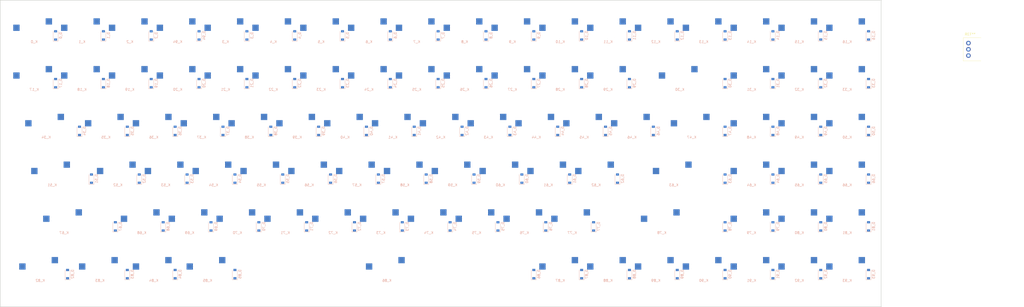
<source format=kicad_pcb>
(kicad_pcb (version 20240108) (generator "pcbnew") (generator_version "8.0")
  (layers (0 "F.Cu" signal) (31 "B.Cu" signal) (34 "B.Paste" user) (35 "F.Paste" user) (36 "B.SilkS" user "B.Silkscreen") (37 "F.SilkS" user "F.Silkscreen") (38 "B.Mask" user) (39 "F.Mask" user) (44 "Edge.Cuts" user))
  (net 0 "")
  (net 1 "col0")
  (net 2 "col1")
  (net 3 "col2")
  (net 4 "col3")
  (net 5 "col4")
  (net 6 "col5")
  (net 7 "col6")
  (net 8 "col7")
  (net 9 "col8")
  (net 10 "col9")
  (net 11 "col10")
  (net 12 "col11")
  (net 13 "col12")
  (net 14 "col13")
  (net 15 "col14")
  (net 16 "col15")
  (net 17 "col16")
  (net 18 "col17")
  (net 19 "row0")
  (net 20 "row1")
  (net 21 "row2")
  (net 22 "row3")
  (net 23 "row4")
  (net 24 "row5")
  (net 25 "Net-(D_0-A)")
  (net 26 "Net-(D_1-A)")
  (net 27 "Net-(D_2-A)")
  (net 28 "Net-(D_3-A)")
  (net 29 "Net-(D_4-A)")
  (net 30 "Net-(D_5-A)")
  (net 31 "Net-(D_6-A)")
  (net 32 "Net-(D_7-A)")
  (net 33 "Net-(D_8-A)")
  (net 34 "Net-(D_9-A)")
  (net 35 "Net-(D_10-A)")
  (net 36 "Net-(D_11-A)")
  (net 37 "Net-(D_12-A)")
  (net 38 "Net-(D_13-A)")
  (net 39 "Net-(D_14-A)")
  (net 40 "Net-(D_15-A)")
  (net 41 "Net-(D_16-A)")
  (net 42 "Net-(D_17-A)")
  (net 43 "Net-(D_18-A)")
  (net 44 "Net-(D_19-A)")
  (net 45 "Net-(D_20-A)")
  (net 46 "Net-(D_21-A)")
  (net 47 "Net-(D_22-A)")
  (net 48 "Net-(D_23-A)")
  (net 49 "Net-(D_24-A)")
  (net 50 "Net-(D_25-A)")
  (net 51 "Net-(D_26-A)")
  (net 52 "Net-(D_27-A)")
  (net 53 "Net-(D_28-A)")
  (net 54 "Net-(D_29-A)")
  (net 55 "Net-(D_30-A)")
  (net 56 "Net-(D_31-A)")
  (net 57 "Net-(D_32-A)")
  (net 58 "Net-(D_33-A)")
  (net 59 "Net-(D_34-A)")
  (net 60 "Net-(D_35-A)")
  (net 61 "Net-(D_36-A)")
  (net 62 "Net-(D_37-A)")
  (net 63 "Net-(D_38-A)")
  (net 64 "Net-(D_39-A)")
  (net 65 "Net-(D_40-A)")
  (net 66 "Net-(D_41-A)")
  (net 67 "Net-(D_42-A)")
  (net 68 "Net-(D_43-A)")
  (net 69 "Net-(D_44-A)")
  (net 70 "Net-(D_45-A)")
  (net 71 "Net-(D_46-A)")
  (net 72 "Net-(D_47-A)")
  (net 73 "Net-(D_48-A)")
  (net 74 "Net-(D_49-A)")
  (net 75 "Net-(D_50-A)")
  (net 76 "Net-(D_51-A)")
  (net 77 "Net-(D_52-A)")
  (net 78 "Net-(D_53-A)")
  (net 79 "Net-(D_54-A)")
  (net 80 "Net-(D_55-A)")
  (net 81 "Net-(D_56-A)")
  (net 82 "Net-(D_57-A)")
  (net 83 "Net-(D_58-A)")
  (net 84 "Net-(D_59-A)")
  (net 85 "Net-(D_60-A)")
  (net 86 "Net-(D_61-A)")
  (net 87 "Net-(D_62-A)")
  (net 88 "Net-(D_63-A)")
  (net 89 "Net-(D_64-A)")
  (net 90 "Net-(D_65-A)")
  (net 91 "Net-(D_66-A)")
  (net 92 "Net-(D_67-A)")
  (net 93 "Net-(D_68-A)")
  (net 94 "Net-(D_69-A)")
  (net 95 "Net-(D_70-A)")
  (net 96 "Net-(D_71-A)")
  (net 97 "Net-(D_72-A)")
  (net 98 "Net-(D_73-A)")
  (net 99 "Net-(D_74-A)")
  (net 100 "Net-(D_75-A)")
  (net 101 "Net-(D_76-A)")
  (net 102 "Net-(D_77-A)")
  (net 103 "Net-(D_78-A)")
  (net 104 "Net-(D_79-A)")
  (net 105 "Net-(D_80-A)")
  (net 106 "Net-(D_81-A)")
  (net 107 "Net-(D_82-A)")
  (net 108 "Net-(D_83-A)")
  (net 109 "Net-(D_84-A)")
  (net 110 "Net-(D_85-A)")
  (net 111 "Net-(D_86-A)")
  (net 112 "Net-(D_87-A)")
  (net 113 "Net-(D_88-A)")
  (net 114 "Net-(D_89-A)")
  (net 115 "Net-(D_90-A)")
  (net 116 "Net-(D_91-A)")
  (net 117 "Net-(D_92-A)")
  (net 118 "Net-(D_93-A)")
  (net 119 "Net-(D_94-A)")
  (footprint "MX_Only:MXOnly-1U-Hotswap" (layer "F.Cu") (at 163.085 45.44)
    (property "Reference" "K_4")
    (property "Value" "KEYSW")
  )
  (footprint "MX_Only:MXOnly-1U-Hotswap" (layer "F.Cu") (at 372.635 140.69)
    (property "Reference" "K_92")
    (property "Value" "KEYSW")
  )
  (footprint "MX_Only:MXOnly-1U-Hotswap" (layer "F.Cu") (at 391.685 140.69)
    (property "Reference" "K_93")
    (property "Value" "KEYSW")
  )
  (footprint "MX_Only:MXOnly-1U-Hotswap" (layer "F.Cu") (at 272.6225 102.59)
    (property "Reference" "K_61")
    (property "Value" "KEYSW")
  )
  (footprint "MX_Only:MXOnly-1U-Hotswap" (layer "F.Cu") (at 282.1475 121.64)
    (property "Reference" "K_77")
    (property "Value" "KEYSW")
  )
  (footprint "MX_Only:MXOnly-1U-Hotswap" (layer "F.Cu") (at 267.86 83.54)
    (property "Reference" "K_44")
    (property "Value" "KEYSW")
  )
  (footprint "MX_Only:MXOnly-1U-Hotswap" (layer "F.Cu") (at 124.985 64.49)
    (property "Reference" "K_20")
    (property "Value" "KEYSW")
  )
  (footprint "MX_Only:MXOnly-1U-Hotswap" (layer "F.Cu") (at 258.335 45.44)
    (property "Reference" "K_9")
    (property "Value" "KEYSW")
  )
  (footprint "MX_Only:MXOnly-1U-Hotswap" (layer "F.Cu") (at 239.285 64.49)
    (property "Reference" "K_26")
    (property "Value" "KEYSW")
  )
  (footprint "MX_Only:MXOnly-2.75U-Hotswap" (layer "F.Cu") (at 317.86625 121.64)
    (property "Reference" "K_78")
    (property "Value" "KEYSW")
  )
  (footprint "MX_Only:MXOnly-1U-Hotswap" (layer "F.Cu") (at 372.635 102.59)
    (property "Reference" "K_65")
    (property "Value" "KEYSW")
  )
  (footprint "MX_Only:MXOnly-1U-Hotswap" (layer "F.Cu") (at 158.3225 102.59)
    (property "Reference" "K_55")
    (property "Value" "KEYSW")
  )
  (footprint "MX_Only:MXOnly-1U-Hotswap" (layer "F.Cu") (at 182.135 64.49)
    (property "Reference" "K_23")
    (property "Value" "KEYSW")
  )
  (footprint "MX_Only:MXOnly-1U-Hotswap" (layer "F.Cu") (at 172.61 83.54)
    (property "Reference" "K_39")
    (property "Value" "KEYSW")
  )
  (footprint "MX_Only:MXOnly-6.25U-Hotswap" (layer "F.Cu") (at 208.32875 140.69)
    (property "Reference" "K_86")
    (property "Value" "KEYSW")
  )
  (footprint "MX_Only:MXOnly-1U-Hotswap" (layer "F.Cu") (at 144.035 64.49)
    (property "Reference" "K_21")
    (property "Value" "KEYSW")
  )
  (footprint "MX_Only:MXOnly-1U-Hotswap" (layer "F.Cu") (at 291.6725 102.59)
    (property "Reference" "K_62")
    (property "Value" "KEYSW")
  )
  (footprint "MX_Only:MXOnly-1U-Hotswap" (layer "F.Cu") (at 220.235 64.49)
    (property "Reference" "K_25")
    (property "Value" "KEYSW")
  )
  (footprint "MX_Only:MXOnly-1U-Hotswap" (layer "F.Cu") (at 229.76 83.54)
    (property "Reference" "K_42")
    (property "Value" "KEYSW")
  )
  (footprint "MX_Only:MXOnly-1U-Hotswap" (layer "F.Cu") (at 263.0975 121.64)
    (property "Reference" "K_76")
    (property "Value" "KEYSW")
  )
  (footprint "MX_Only:MXOnly-1U-Hotswap" (layer "F.Cu") (at 191.66 83.54)
    (property "Reference" "K_40")
    (property "Value" "KEYSW")
  )
  (footprint "MX_Only:MXOnly-1U-Hotswap" (layer "F.Cu") (at 101.1725 102.59)
    (property "Reference" "K_52")
    (property "Value" "KEYSW")
  )
  (footprint "Rotary_Encoder:RotaryEncoder_Bourns_Horizontal_PEC09-2xxxF-Nxxxx" (layer "F.Cu") (at 440 54)
    (property "Reference" "REF**")
    (property "Value" "RotaryEncoder_Bourns_Horizontal_PEC09-2xxxF-Nxxxx")
  )
  (footprint "MX_Only:MXOnly-1U-Hotswap" (layer "F.Cu") (at 124.985 45.44)
    (property "Reference" "K_94")
    (property "Value" "KEYSW")
  )
  (footprint "MX_Only:MXOnly-1U-Hotswap" (layer "F.Cu") (at 296.435 140.69)
    (property "Reference" "K_88")
    (property "Value" "KEYSW")
  )
  (footprint "MX_Only:MXOnly-1U-Hotswap" (layer "F.Cu") (at 315.485 45.44)
    (property "Reference" "K_12")
    (property "Value" "KEYSW")
  )
  (footprint "MX_Only:MXOnly-2.25U-Hotswap" (layer "F.Cu") (at 79.74125 121.64)
    (property "Reference" "K_67")
    (property "Value" "KEYSW")
  )
  (footprint "MX_Only:MXOnly-1U-Hotswap" (layer "F.Cu") (at 253.5725 102.59)
    (property "Reference" "K_60")
    (property "Value" "KEYSW")
  )
  (footprint "MX_Only:MXOnly-1U-Hotswap" (layer "F.Cu") (at 201.185 64.49)
    (property "Reference" "K_24")
    (property "Value" "KEYSW")
  )
  (footprint "MX_Only:MXOnly-1U-Hotswap" (layer "F.Cu") (at 186.8975 121.64)
    (property "Reference" "K_72")
    (property "Value" "KEYSW")
  )
  (footprint "MX_Only:MXOnly-1U-Hotswap" (layer "F.Cu") (at 120.2225 102.59)
    (property "Reference" "K_53")
    (property "Value" "KEYSW")
  )
  (footprint "MX_Only:MXOnly-1U-Hotswap" (layer "F.Cu") (at 215.4725 102.59)
    (property "Reference" "K_58")
    (property "Value" "KEYSW")
  )
  (footprint "MX_Only:MXOnly-1U-Hotswap" (layer "F.Cu") (at 391.685 45.44)
    (property "Reference" "K_16")
    (property "Value" "KEYSW")
  )
  (footprint "MX_Only:MXOnly-1U-Hotswap" (layer "F.Cu") (at 210.71 83.54)
    (property "Reference" "K_41")
    (property "Value" "KEYSW")
  )
  (footprint "MX_Only:MXOnly-1U-Hotswap" (layer "F.Cu") (at 67.835 64.49)
    (property "Reference" "K_17")
    (property "Value" "KEYSW")
  )
  (footprint "MX_Only:MXOnly-1U-Hotswap" (layer "F.Cu") (at 67.835 45.44)
    (property "Reference" "K_0")
    (property "Value" "KEYSW")
  )
  (footprint "MX_Only:MXOnly-1U-Hotswap" (layer "F.Cu") (at 353.585 45.44)
    (property "Reference" "K_14")
    (property "Value" "KEYSW")
  )
  (footprint "MX_Only:MXOnly-1U-Hotswap" (layer "F.Cu") (at 105.935 45.44)
    (property "Reference" "K_2")
    (property "Value" "KEYSW")
  )
  (footprint "MX_Only:MXOnly-1U-Hotswap" (layer "F.Cu") (at 334.535 45.44)
    (property "Reference" "K_13")
    (property "Value" "KEYSW")
  )
  (footprint "MX_Only:MXOnly-1.25U-Hotswap" (layer "F.Cu") (at 94.02875 140.69)
    (property "Reference" "K_83")
    (property "Value" "KEYSW")
  )
  (footprint "MX_Only:MXOnly-1U-Hotswap" (layer "F.Cu") (at 234.5225 102.59)
    (property "Reference" "K_59")
    (property "Value" "KEYSW")
  )
  (footprint "MX_Only:MXOnly-1U-Hotswap" (layer "F.Cu") (at 334.535 140.69)
    (property "Reference" "K_90")
    (property "Value" "KEYSW")
  )
  (footprint "MX_Only:MXOnly-1U-Hotswap" (layer "F.Cu") (at 148.7975 121.64)
    (property "Reference" "K_70")
    (property "Value" "KEYSW")
  )
  (footprint "MX_Only:MXOnly-1U-Hotswap" (layer "F.Cu") (at 115.46 83.54)
    (property "Reference" "K_36")
    (property "Value" "KEYSW")
  )
  (footprint "MX_Only:MXOnly-1U-Hotswap" (layer "F.Cu") (at 286.91 83.54)
    (property "Reference" "K_45")
    (property "Value" "KEYSW")
  )
  (footprint "MX_Only:MXOnly-1U-Hotswap" (layer "F.Cu") (at 305.96 83.54)
    (property "Reference" "K_46")
    (property "Value" "KEYSW")
  )
  (footprint "MX_Only:MXOnly-1.25U-Hotswap" (layer "F.Cu") (at 70.21625 140.69)
    (property "Reference" "K_82")
    (property "Value" "KEYSW")
  )
  (footprint "MX_Only:MXOnly-1U-Hotswap" (layer "F.Cu") (at 391.685 64.49)
    (property "Reference" "K_33")
    (property "Value" "KEYSW")
  )
  (footprint "MX_Only:MXOnly-1U-Hotswap" (layer "F.Cu") (at 167.8475 121.64)
    (property "Reference" "K_71")
    (property "Value" "KEYSW")
  )
  (footprint "MX_Only:MXOnly-1U-Hotswap" (layer "F.Cu") (at 353.585 121.64)
    (property "Reference" "K_79")
    (property "Value" "KEYSW")
  )
  (footprint "MX_Only:MXOnly-1U-Hotswap" (layer "F.Cu") (at 86.885 45.44)
    (property "Reference" "K_1")
    (property "Value" "KEYSW")
  )
  (footprint "MX_Only:MXOnly-1U-Hotswap" (layer "F.Cu") (at 372.635 45.44)
    (property "Reference" "K_15")
    (property "Value" "KEYSW")
  )
  (footprint "MX_Only:MXOnly-1U-Hotswap" (layer "F.Cu") (at 391.685 102.59)
    (property "Reference" "K_66")
    (property "Value" "KEYSW")
  )
  (footprint "MX_Only:MXOnly-1U-Hotswap" (layer "F.Cu") (at 244.0475 121.64)
    (property "Reference" "K_75")
    (property "Value" "KEYSW")
  )
  (footprint "MX_Only:MXOnly-1.5U-Hotswap" (layer "F.Cu") (at 72.5975 83.54)
    (property "Reference" "K_34")
    (property "Value" "KEYSW")
  )
  (footprint "MX_Only:MXOnly-1.5U-Hotswap" (layer "F.Cu") (at 329.7725 83.54)
    (property "Reference" "K_47")
    (property "Value" "KEYSW")
  )
  (footprint "MX_Only:MXOnly-1U-Hotswap" (layer "F.Cu") (at 296.435 64.49)
    (property "Reference" "K_29")
    (property "Value" "KEYSW")
  )
  (footprint "MX_Only:MXOnly-1U-Hotswap" (layer "F.Cu") (at 315.485 140.69)
    (property "Reference" "K_89")
    (property "Value" "KEYSW")
  )
  (footprint "MX_Only:MXOnly-1U-Hotswap" (layer "F.Cu") (at 134.51 83.54)
    (property "Reference" "K_37")
    (property "Value" "KEYSW")
  )
  (footprint "MX_Only:MXOnly-1U-Hotswap" (layer "F.Cu") (at 353.585 140.69)
    (property "Reference" "K_91")
    (property "Value" "KEYSW")
  )
  (footprint "MX_Only:MXOnly-1U-Hotswap" (layer "F.Cu") (at 372.635 83.54)
    (property "Reference" "K_49")
    (property "Value" "KEYSW")
  )
  (footprint "MX_Only:MXOnly-1U-Hotswap" (layer "F.Cu") (at 353.585 64.49)
    (property "Reference" "K_31")
    (property "Value" "KEYSW")
  )
  (footprint "MX_Only:MXOnly-2.25U-Hotswap" (layer "F.Cu") (at 322.62875 102.59)
    (property "Reference" "K_63")
    (property "Value" "KEYSW")
  )
  (footprint "MX_Only:MXOnly-1U-Hotswap" (layer "F.Cu") (at 144.035 45.44)
    (property "Reference" "K_3")
    (property "Value" "KEYSW")
  )
  (footprint "MX_Only:MXOnly-1U-Hotswap" (layer "F.Cu") (at 96.41 83.54)
    (property "Reference" "K_35")
    (property "Value" "KEYSW")
  )
  (footprint "MX_Only:MXOnly-1U-Hotswap" (layer "F.Cu") (at 177.3725 102.59)
    (property "Reference" "K_56")
    (property "Value" "KEYSW")
  )
  (footprint "MX_Only:MXOnly-1U-Hotswap" (layer "F.Cu") (at 277.385 140.69)
    (property "Reference" "K_87")
    (property "Value" "KEYSW")
  )
  (footprint "MX_Only:MXOnly-1U-Hotswap" (layer "F.Cu") (at 258.335 64.49)
    (property "Reference" "K_27")
    (property "Value" "KEYSW")
  )
  (footprint "MX_Only:MXOnly-1U-Hotswap" (layer "F.Cu") (at 296.435 45.44)
    (property "Reference" "K_11")
    (property "Value" "KEYSW")
  )
  (footprint "MX_Only:MXOnly-1U-Hotswap" (layer "F.Cu") (at 248.81 83.54)
    (property "Reference" "K_43")
    (property "Value" "KEYSW")
  )
  (footprint "MX_Only:MXOnly-1U-Hotswap" (layer "F.Cu") (at 153.56 83.54)
    (property "Reference" "K_38")
    (property "Value" "KEYSW")
  )
  (footprint "MX_Only:MXOnly-1U-Hotswap" (layer "F.Cu") (at 163.085 64.49)
    (property "Reference" "K_22")
    (property "Value" "KEYSW")
  )
  (footprint "MX_Only:MXOnly-1U-Hotswap" (layer "F.Cu") (at 86.885 64.49)
    (property "Reference" "K_18")
    (property "Value" "KEYSW")
  )
  (footprint "MX_Only:MXOnly-1U-Hotswap" (layer "F.Cu") (at 353.585 102.59)
    (property "Reference" "K_64")
    (property "Value" "KEYSW")
  )
  (footprint "MX_Only:MXOnly-1U-Hotswap" (layer "F.Cu") (at 391.685 83.54)
    (property "Reference" "K_50")
    (property "Value" "KEYSW")
  )
  (footprint "MX_Only:MXOnly-1U-Hotswap" (layer "F.Cu") (at 277.385 64.49)
    (property "Reference" "K_28")
    (property "Value" "KEYSW")
  )
  (footprint "MX_Only:MXOnly-1.75U-Hotswap" (layer "F.Cu") (at 74.97875 102.59)
    (property "Reference" "K_51")
    (property "Value" "KEYSW")
  )
  (footprint "MX_Only:MXOnly-1U-Hotswap" (layer "F.Cu") (at 353.585 83.54)
    (property "Reference" "K_48")
    (property "Value" "KEYSW")
  )
  (footprint "MX_Only:MXOnly-1U-Hotswap" (layer "F.Cu") (at 115.46 140.69)
    (property "Reference" "K_84")
    (property "Value" "KEYSW")
  )
  (footprint "MX_Only:MXOnly-1U-Hotswap" (layer "F.Cu") (at 220.235 45.44)
    (property "Reference" "K_7")
    (property "Value" "KEYSW")
  )
  (footprint "MX_Only:MXOnly-1U-Hotswap" (layer "F.Cu") (at 139.2725 102.59)
    (property "Reference" "K_54")
    (property "Value" "KEYSW")
  )
  (footprint "MX_Only:MXOnly-1U-Hotswap" (layer "F.Cu") (at 182.135 45.44)
    (property "Reference" "K_5")
    (property "Value" "KEYSW")
  )
  (footprint "MX_Only:MXOnly-1U-Hotswap" (layer "F.Cu") (at 129.7475 121.64)
    (property "Reference" "K_69")
    (property "Value" "KEYSW")
  )
  (footprint "MX_Only:MXOnly-1U-Hotswap" (layer "F.Cu") (at 105.935 64.49)
    (property "Reference" "K_19")
    (property "Value" "KEYSW")
  )
  (footprint "MX_Only:MXOnly-2U-Hotswap" (layer "F.Cu") (at 325.01 64.49)
    (property "Reference" "K_30")
    (property "Value" "KEYSW")
  )
  (footprint "MX_Only:MXOnly-1U-Hotswap" (layer "F.Cu") (at 224.9975 121.64)
    (property "Reference" "K_74")
    (property "Value" "KEYSW")
  )
  (footprint "MX_Only:MXOnly-1U-Hotswap" (layer "F.Cu") (at 110.6975 121.64)
    (property "Reference" "K_68")
    (property "Value" "KEYSW")
  )
  (footprint "MX_Only:MXOnly-1U-Hotswap" (layer "F.Cu") (at 205.9475 121.64)
    (property "Reference" "K_73")
    (property "Value" "KEYSW")
  )
  (footprint "MX_Only:MXOnly-1U-Hotswap" (layer "F.Cu") (at 372.635 121.64)
    (property "Reference" "K_80")
    (property "Value" "KEYSW")
  )
  (footprint "MX_Only:MXOnly-1U-Hotswap" (layer "F.Cu") (at 277.385 45.44)
    (property "Reference" "K_10")
    (property "Value" "KEYSW")
  )
  (footprint "MX_Only:MXOnly-1U-Hotswap" (layer "F.Cu") (at 196.4225 102.59)
    (property "Reference" "K_57")
    (property "Value" "KEYSW")
  )
  (footprint "MX_Only:MXOnly-1U-Hotswap" (layer "F.Cu") (at 239.285 45.44)
    (property "Reference" "K_8")
    (property "Value" "KEYSW")
  )
  (footprint "MX_Only:MXOnly-1U-Hotswap" (layer "F.Cu") (at 372.635 64.49)
    (property "Reference" "K_32")
    (property "Value" "KEYSW")
  )
  (footprint "MX_Only:MXOnly-1U-Hotswap" (layer "F.Cu") (at 391.685 121.64)
    (property "Reference" "K_81")
    (property "Value" "KEYSW")
  )
  (footprint "MX_Only:MXOnly-1.25U-Hotswap" (layer "F.Cu") (at 136.89125 140.69)
    (property "Reference" "K_85")
    (property "Value" "KEYSW")
  )
  (footprint "MX_Only:MXOnly-1U-Hotswap" (layer "F.Cu") (at 201.185 45.44)
    (property "Reference" "K_6")
    (property "Value" "KEYSW")
  )
  (footprint "Diode_SMD:D_SOD-123" (layer "B.Cu") (at 266.86 64.99 90)
    (property "Reference" "D_27")
    (property "Value" "D")
  )
  (footprint "Diode_SMD:D_SOD-123" (layer "B.Cu") (at 171.61 45.94 90)
    (property "Reference" "D_4")
    (property "Value" "D")
  )
  (footprint "Diode_SMD:D_SOD-123" (layer "B.Cu") (at 200.185 84.04 90)
    (property "Reference" "D_40")
    (property "Value" "D")
  )
  (footprint "Diode_SMD:D_SOD-123" (layer "B.Cu") (at 285.91 141.19 90)
    (property "Reference" "D_87")
    (property "Value" "D")
  )
  (footprint "Diode_SMD:D_SOD-123" (layer "B.Cu") (at 81.1225 141.19 90)
    (property "Reference" "D_82")
    (property "Value" "D")
  )
  (footprint "Diode_SMD:D_SOD-123" (layer "B.Cu") (at 400.21 103.09 90)
    (property "Reference" "D_66")
    (property "Value" "D")
  )
  (footprint "Diode_SMD:D_SOD-123" (layer "B.Cu") (at 400.21 84.04 90)
    (property "Reference" "D_50")
    (property "Value" "D")
  )
  (footprint "Diode_SMD:D_SOD-123" (layer "B.Cu") (at 185.8975 103.09 90)
    (property "Reference" "D_56")
    (property "Value" "D")
  )
  (footprint "Diode_SMD:D_SOD-123" (layer "B.Cu") (at 324.01 45.94 90)
    (property "Reference" "D_12")
    (property "Value" "D")
  )
  (footprint "Diode_SMD:D_SOD-123" (layer "B.Cu") (at 343.06 64.99 90)
    (property "Reference" "D_30")
    (property "Value" "D")
  )
  (footprint "Diode_SMD:D_SOD-123" (layer "B.Cu") (at 133.51 64.99 90)
    (property "Reference" "D_20")
    (property "Value" "D")
  )
  (footprint "Diode_SMD:D_SOD-123" (layer "B.Cu") (at 343.06 84.04 90)
    (property "Reference" "D_47")
    (property "Value" "D")
  )
  (footprint "Diode_SMD:D_SOD-123" (layer "B.Cu") (at 123.985 84.04 90)
    (property "Reference" "D_36")
    (property "Value" "D")
  )
  (footprint "Diode_SMD:D_SOD-123" (layer "B.Cu") (at 90.6475 103.09 90)
    (property "Reference" "D_51")
    (property "Value" "D")
  )
  (footprint "Diode_SMD:D_SOD-123" (layer "B.Cu") (at 247.81 45.94 90)
    (property "Reference" "D_8")
    (property "Value" "D")
  )
  (footprint "Diode_SMD:D_SOD-123" (layer "B.Cu") (at 381.16 141.19 90)
    (property "Reference" "D_92")
    (property "Value" "D")
  )
  (footprint "Diode_SMD:D_SOD-123" (layer "B.Cu") (at 157.3225 122.14 90)
    (property "Reference" "D_70")
    (property "Value" "D")
  )
  (footprint "Diode_SMD:D_SOD-123" (layer "B.Cu") (at 381.16 84.04 90)
    (property "Reference" "D_49")
    (property "Value" "D")
  )
  (footprint "Diode_SMD:D_SOD-123" (layer "B.Cu") (at 152.56 45.94 90)
    (property "Reference" "D_3")
    (property "Value" "D")
  )
  (footprint "Diode_SMD:D_SOD-123" (layer "B.Cu") (at 85.885 84.04 90)
    (property "Reference" "D_34")
    (property "Value" "D")
  )
  (footprint "Diode_SMD:D_SOD-123" (layer "B.Cu") (at 271.6225 122.14 90)
    (property "Reference" "D_76")
    (property "Value" "D")
  )
  (footprint "Diode_SMD:D_SOD-123" (layer "B.Cu") (at 104.935 84.04 90)
    (property "Reference" "D_35")
    (property "Value" "D")
  )
  (footprint "Diode_SMD:D_SOD-123" (layer "B.Cu") (at 304.96 64.99 90)
    (property "Reference" "D_29")
    (property "Value" "D")
  )
  (footprint "Diode_SMD:D_SOD-123" (layer "B.Cu") (at 300.1975 103.09 90)
    (property "Reference" "D_62")
    (property "Value" "D")
  )
  (footprint "Diode_SMD:D_SOD-123" (layer "B.Cu") (at 314.485 84.04 90)
    (property "Reference" "D_46")
    (property "Value" "D")
  )
  (footprint "Diode_SMD:D_SOD-123" (layer "B.Cu") (at 362.11 45.94 90)
    (property "Reference" "D_14")
    (property "Value" "D")
  )
  (footprint "Diode_SMD:D_SOD-123" (layer "B.Cu") (at 362.11 141.19 90)
    (property "Reference" "D_91")
    (property "Value" "D")
  )
  (footprint "Diode_SMD:D_SOD-123" (layer "B.Cu") (at 123.985 141.19 90)
    (property "Reference" "D_84")
    (property "Value" "D")
  )
  (footprint "Diode_SMD:D_SOD-123" (layer "B.Cu") (at 128.7475 103.09 90)
    (property "Reference" "D_53")
    (property "Value" "D")
  )
  (footprint "Diode_SMD:D_SOD-123" (layer "B.Cu") (at 114.46 64.99 90)
    (property "Reference" "D_19")
    (property "Value" "D")
  )
  (footprint "Diode_SMD:D_SOD-123" (layer "B.Cu") (at 381.16 103.09 90)
    (property "Reference" "D_65")
    (property "Value" "D")
  )
  (footprint "Diode_SMD:D_SOD-123" (layer "B.Cu") (at 204.9475 103.09 90)
    (property "Reference" "D_57")
    (property "Value" "D")
  )
  (footprint "Diode_SMD:D_SOD-123" (layer "B.Cu") (at 162.085 84.04 90)
    (property "Reference" "D_38")
    (property "Value" "D")
  )
  (footprint "Diode_SMD:D_SOD-123" (layer "B.Cu") (at 76.36 45.94 90)
    (property "Reference" "D_0")
    (property "Value" "D")
  )
  (footprint "Diode_SMD:D_SOD-123" (layer "B.Cu") (at 285.91 45.94 90)
    (property "Reference" "D_10")
    (property "Value" "D")
  )
  (footprint "Diode_SMD:D_SOD-123" (layer "B.Cu") (at 147.7975 103.09 90)
    (property "Reference" "D_54")
    (property "Value" "D")
  )
  (footprint "Diode_SMD:D_SOD-123" (layer "B.Cu") (at 343.06 103.09 90)
    (property "Reference" "D_63")
    (property "Value" "D")
  )
  (footprint "Diode_SMD:D_SOD-123" (layer "B.Cu") (at 381.16 122.14 90)
    (property "Reference" "D_80")
    (property "Value" "D")
  )
  (footprint "Diode_SMD:D_SOD-123" (layer "B.Cu") (at 304.96 45.94 90)
    (property "Reference" "D_11")
    (property "Value" "D")
  )
  (footprint "Diode_SMD:D_SOD-123" (layer "B.Cu") (at 95.41 45.94 90)
    (property "Reference" "D_1")
    (property "Value" "D")
  )
  (footprint "Diode_SMD:D_SOD-123" (layer "B.Cu") (at 343.06 141.19 90)
    (property "Reference" "D_90")
    (property "Value" "D")
  )
  (footprint "Diode_SMD:D_SOD-123" (layer "B.Cu") (at 276.385 84.04 90)
    (property "Reference" "D_44")
    (property "Value" "D")
  )
  (footprint "Diode_SMD:D_SOD-123" (layer "B.Cu") (at 362.11 64.99 90)
    (property "Reference" "D_31")
    (property "Value" "D")
  )
  (footprint "Diode_SMD:D_SOD-123" (layer "B.Cu") (at 343.06 45.94 90)
    (property "Reference" "D_13")
    (property "Value" "D")
  )
  (footprint "Diode_SMD:D_SOD-123" (layer "B.Cu") (at 281.1475 103.09 90)
    (property "Reference" "D_61")
    (property "Value" "D")
  )
  (footprint "Diode_SMD:D_SOD-123" (layer "B.Cu") (at 209.71 64.99 90)
    (property "Reference" "D_24")
    (property "Value" "D")
  )
  (footprint "Diode_SMD:D_SOD-123" (layer "B.Cu") (at 400.21 45.94 90)
    (property "Reference" "D_16")
    (property "Value" "D")
  )
  (footprint "Diode_SMD:D_SOD-123" (layer "B.Cu") (at 76.36 64.99 90)
    (property "Reference" "D_17")
    (property "Value" "D")
  )
  (footprint "Diode_SMD:D_SOD-123" (layer "B.Cu") (at 219.235 84.04 90)
    (property "Reference" "D_41")
    (property "Value" "D")
  )
  (footprint "Diode_SMD:D_SOD-123" (layer "B.Cu") (at 190.66 45.94 90)
    (property "Reference" "D_5")
    (property "Value" "D")
  )
  (footprint "Diode_SMD:D_SOD-123" (layer "B.Cu") (at 290.6725 122.14 90)
    (property "Reference" "D_77")
    (property "Value" "D")
  )
  (footprint "Diode_SMD:D_SOD-123" (layer "B.Cu") (at 362.11 103.09 90)
    (property "Reference" "D_64")
    (property "Value" "D")
  )
  (footprint "Diode_SMD:D_SOD-123" (layer "B.Cu") (at 243.0475 103.09 90)
    (property "Reference" "D_59")
    (property "Value" "D")
  )
  (footprint "Diode_SMD:D_SOD-123" (layer "B.Cu") (at 247.81 64.99 90)
    (property "Reference" "D_26")
    (property "Value" "D")
  )
  (footprint "Diode_SMD:D_SOD-123" (layer "B.Cu") (at 190.66 64.99 90)
    (property "Reference" "D_23")
    (property "Value" "D")
  )
  (footprint "Diode_SMD:D_SOD-123" (layer "B.Cu") (at 166.8475 103.09 90)
    (property "Reference" "D_55")
    (property "Value" "D")
  )
  (footprint "Diode_SMD:D_SOD-123" (layer "B.Cu") (at 252.5725 122.14 90)
    (property "Reference" "D_75")
    (property "Value" "D")
  )
  (footprint "Diode_SMD:D_SOD-123" (layer "B.Cu") (at 238.285 84.04 90)
    (property "Reference" "D_42")
    (property "Value" "D")
  )
  (footprint "Diode_SMD:D_SOD-123" (layer "B.Cu") (at 181.135 84.04 90)
    (property "Reference" "D_39")
    (property "Value" "D")
  )
  (footprint "Diode_SMD:D_SOD-123" (layer "B.Cu") (at 176.3725 122.14 90)
    (property "Reference" "D_71")
    (property "Value" "D")
  )
  (footprint "Diode_SMD:D_SOD-123" (layer "B.Cu") (at 214.4725 122.14 90)
    (property "Reference" "D_73")
    (property "Value" "D")
  )
  (footprint "Diode_SMD:D_SOD-123" (layer "B.Cu") (at 171.61 64.99 90)
    (property "Reference" "D_22")
    (property "Value" "D")
  )
  (footprint "Diode_SMD:D_SOD-123" (layer "B.Cu") (at 362.11 122.14 90)
    (property "Reference" "D_79")
    (property "Value" "D")
  )
  (footprint "Diode_SMD:D_SOD-123" (layer "B.Cu") (at 109.6975 103.09 90)
    (property "Reference" "D_52")
    (property "Value" "D")
  )
  (footprint "Diode_SMD:D_SOD-123" (layer "B.Cu") (at 209.71 45.94 90)
    (property "Reference" "D_6")
    (property "Value" "D")
  )
  (footprint "Diode_SMD:D_SOD-123" (layer "B.Cu") (at 324.01 141.19 90)
    (property "Reference" "D_89")
    (property "Value" "D")
  )
  (footprint "Diode_SMD:D_SOD-123" (layer "B.Cu") (at 104.935 141.19 90)
    (property "Reference" "D_83")
    (property "Value" "D")
  )
  (footprint "Diode_SMD:D_SOD-123" (layer "B.Cu") (at 152.56 64.99 90)
    (property "Reference" "D_21")
    (property "Value" "D")
  )
  (footprint "Diode_SMD:D_SOD-123" (layer "B.Cu") (at 266.86 141.19 90)
    (property "Reference" "D_86")
    (property "Value" "D")
  )
  (footprint "Diode_SMD:D_SOD-123" (layer "B.Cu") (at 295.435 84.04 90)
    (property "Reference" "D_45")
    (property "Value" "D")
  )
  (footprint "Diode_SMD:D_SOD-123" (layer "B.Cu") (at 119.2225 122.14 90)
    (property "Reference" "D_68")
    (property "Value" "D")
  )
  (footprint "Diode_SMD:D_SOD-123" (layer "B.Cu") (at 223.9975 103.09 90)
    (property "Reference" "D_58")
    (property "Value" "D")
  )
  (footprint "Diode_SMD:D_SOD-123" (layer "B.Cu") (at 362.11 84.04 90)
    (property "Reference" "D_48")
    (property "Value" "D")
  )
  (footprint "Diode_SMD:D_SOD-123" (layer "B.Cu") (at 262.0975 103.09 90)
    (property "Reference" "D_60")
    (property "Value" "D")
  )
  (footprint "Diode_SMD:D_SOD-123" (layer "B.Cu") (at 400.21 64.99 90)
    (property "Reference" "D_33")
    (property "Value" "D")
  )
  (footprint "Diode_SMD:D_SOD-123" (layer "B.Cu") (at 147.7975 141.19 90)
    (property "Reference" "D_85")
    (property "Value" "D")
  )
  (footprint "Diode_SMD:D_SOD-123" (layer "B.Cu") (at 95.41 64.99 90)
    (property "Reference" "D_18")
    (property "Value" "D")
  )
  (footprint "Diode_SMD:D_SOD-123" (layer "B.Cu") (at 400.21 122.14 90)
    (property "Reference" "D_81")
    (property "Value" "D")
  )
  (footprint "Diode_SMD:D_SOD-123" (layer "B.Cu") (at 266.86 45.94 90)
    (property "Reference" "D_9")
    (property "Value" "D")
  )
  (footprint "Diode_SMD:D_SOD-123" (layer "B.Cu") (at 304.96 141.19 90)
    (property "Reference" "D_88")
    (property "Value" "D")
  )
  (footprint "Diode_SMD:D_SOD-123" (layer "B.Cu") (at 228.76 45.94 90)
    (property "Reference" "D_7")
    (property "Value" "D")
  )
  (footprint "Diode_SMD:D_SOD-123" (layer "B.Cu") (at 233.5225 122.14 90)
    (property "Reference" "D_74")
    (property "Value" "D")
  )
  (footprint "Diode_SMD:D_SOD-123" (layer "B.Cu") (at 228.76 64.99 90)
    (property "Reference" "D_25")
    (property "Value" "D")
  )
  (footprint "Diode_SMD:D_SOD-123" (layer "B.Cu") (at 381.16 64.99 90)
    (property "Reference" "D_32")
    (property "Value" "D")
  )
  (footprint "Diode_SMD:D_SOD-123" (layer "B.Cu") (at 114.46 45.94 90)
    (property "Reference" "D_2")
    (property "Value" "D")
  )
  (footprint "Diode_SMD:D_SOD-123" (layer "B.Cu") (at 343.06 122.14 90)
    (property "Reference" "D_78")
    (property "Value" "D")
  )
  (footprint "Diode_SMD:D_SOD-123" (layer "B.Cu") (at 100.1725 122.14 90)
    (property "Reference" "D_67")
    (property "Value" "D")
  )
  (footprint "Diode_SMD:D_SOD-123" (layer "B.Cu") (at 195.4225 122.14 90)
    (property "Reference" "D_72")
    (property "Value" "D")
  )
  (footprint "Diode_SMD:D_SOD-123" (layer "B.Cu") (at 381.16 45.94 90)
    (property "Reference" "D_15")
    (property "Value" "D")
  )
  (footprint "Diode_SMD:D_SOD-123" (layer "B.Cu") (at 138.2725 122.14 90)
    (property "Reference" "D_69")
    (property "Value" "D")
  )
  (footprint "Diode_SMD:D_SOD-123" (layer "B.Cu") (at 285.91 64.99 90)
    (property "Reference" "D_28")
    (property "Value" "D")
  )
  (footprint "Diode_SMD:D_SOD-123" (layer "B.Cu") (at 400.21 141.19 90)
    (property "Reference" "D_93")
    (property "Value" "D")
  )
  (footprint "Diode_SMD:D_SOD-123" (layer "B.Cu") (at 257.335 84.04 90)
    (property "Reference" "D_43")
    (property "Value" "D")
  )
  (footprint "Diode_SMD:D_SOD-123" (layer "B.Cu") (at 133.51 45.94 90)
    (property "Reference" "D_94")
    (property "Value" "D")
  )
  (footprint "Diode_SMD:D_SOD-123" (layer "B.Cu") (at 143.035 84.04 90)
    (property "Reference" "D_37")
    (property "Value" "D")
  )
  (gr_line (start 54.31 31.915) (end 405.21 31.915) (stroke (width 0.2)) (layer "Edge.Cuts"))
  (gr_arc (start 54.31 31.915) (mid 54.31 31.915) (end 54.31 31.915) (stroke (width 0.2)) (layer "Edge.Cuts"))
  (gr_line (start 405.21 154.215) (end 54.31 154.215) (stroke (width 0.2)) (layer "Edge.Cuts"))
  (gr_arc (start 54.31 154.215) (mid 54.31 154.215) (end 54.31 154.215) (stroke (width 0.2)) (layer "Edge.Cuts"))
  (gr_arc (start 405.21 154.215) (mid 405.21 154.215) (end 405.21 154.215) (stroke (width 0.2)) (layer "Edge.Cuts"))
  (gr_line (start 405.21 31.915) (end 405.21 154.215) (stroke (width 0.2)) (layer "Edge.Cuts"))
  (gr_line (start 54.31 154.215) (end 54.31 31.915) (stroke (width 0.2)) (layer "Edge.Cuts"))
  (gr_arc (start 405.21 31.915) (mid 405.21 31.915) (end 405.21 31.915) (stroke (width 0.2)) (layer "Edge.Cuts"))
  (segment (start 304.7411 143.0589) (end 304.96 142.84) (width 0.25) (layer "B.Cu") (net 24))
  (segment (start 267.235 142.84) (end 267.4539 143.0589) (width 0.25) (layer "B.Cu") (net 24))
  (segment (start 400.21 142.84) (end 399.9911 143.0589) (width 0.25) (layer "B.Cu") (net 24))
  (segment (start 323.7911 143.0589) (end 324.01 142.84) (width 0.25) (layer "B.Cu") (net 24))
  (segment (start 343.06 142.84) (end 343.2789 143.0589) (width 0.25) (layer "B.Cu") (net 24))
  (segment (start 147.7975 142.84) (end 148.0164 143.0589) (width 0.25) (layer "B.Cu") (net 24))
  (segment (start 324.01 142.84) (end 324.2289 143.0589) (width 0.25) (layer "B.Cu") (net 24))
  (segment (start 361.8911 143.0589) (end 362.11 142.84) (width 0.25) (layer "B.Cu") (net 24))
  (segment (start 123.7661 143.0589) (end 123.985 142.84) (width 0.25) (layer "B.Cu") (net 24))
  (segment (start 123.985 142.84) (end 124.235 142.84) (width 0.25) (layer "B.Cu") (net 24))
  (segment (start 104.7161 143.0589) (end 104.935 142.84) (width 0.25) (layer "B.Cu") (net 24))
  (segment (start 381.3789 143.0589) (end 381.16 142.84) (width 0.25) (layer "B.Cu") (net 24))
  (segment (start 380.9411 143.0589) (end 381.16 142.84) (width 0.25) (layer "B.Cu") (net 24))
  (segment (start 304.96 142.84) (end 305.1789 143.0589) (width 0.25) (layer "B.Cu") (net 24))
  (segment (start 266.86 142.84) (end 267.235 142.84) (width 0.25) (layer "B.Cu") (net 24))
  (segment (start 266.6411 143.0589) (end 266.86 142.84) (width 0.25) (layer "B.Cu") (net 24))
  (segment (start 104.935 142.84) (end 105.1539 143.0589) (width 0.25) (layer "B.Cu") (net 24))
  (segment (start 124.235 142.84) (end 124.4539 143.0589) (width 0.25) (layer "B.Cu") (net 24))
  (segment (start 342.8411 143.0589) (end 343.06 142.84) (width 0.25) (layer "B.Cu") (net 24))
  (segment (start 81.1225 142.84) (end 81.3414 143.0589) (width 0.25) (layer "B.Cu") (net 24))
  (segment (start 362.11 142.84) (end 362.3289 143.0589) (width 0.25) (layer "B.Cu") (net 24))
  (segment (start 147.5786 143.0589) (end 147.7975 142.84) (width 0.25) (layer "B.Cu") (net 24))
  (segment (start 285.91 142.84) (end 286.1289 143.0589) (width 0.25) (layer "B.Cu") (net 24))
  (segment (start 285.6911 143.0589) (end 285.91 142.84) (width 0.25) (layer "B.Cu") (net 24))
)
</source>
